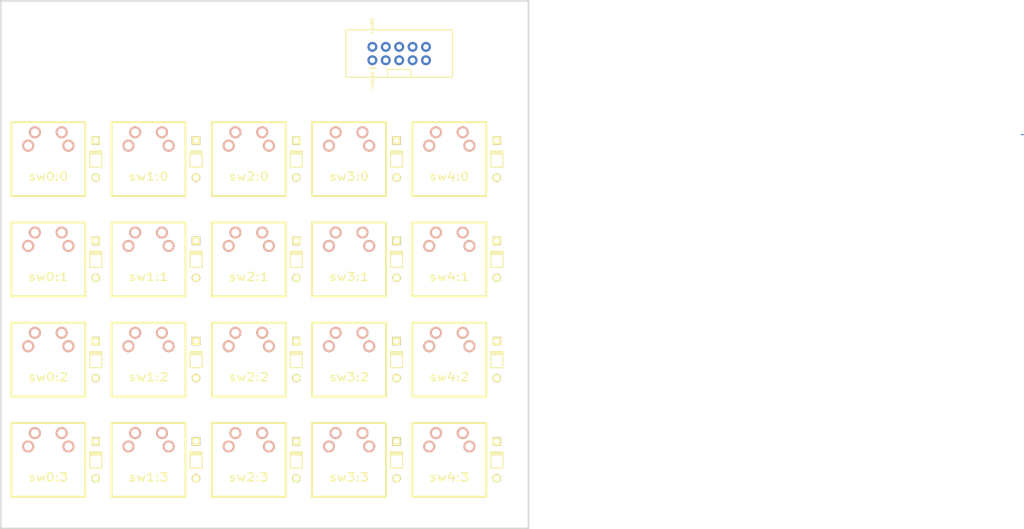
<source format=kicad_pcb>
(kicad_pcb (version 20171130) (host pcbnew "(5.1.2)-2")

  (general
    (thickness 1.6002)
    (drawings 19)
    (tracks 584)
    (zones 0)
    (modules 85)
    (nets 58)
  )

  (page A4)
  (title_block
    (date "14 oct 2019")
  )

  (layers
    (0 Front signal)
    (31 Back signal)
    (32 B.Adhes user)
    (33 F.Adhes user)
    (34 B.Paste user)
    (35 F.Paste user)
    (36 B.SilkS user)
    (37 F.SilkS user)
    (38 B.Mask user)
    (39 F.Mask user)
    (40 Dwgs.User user)
    (41 Cmts.User user)
    (42 Eco1.User user)
    (43 Eco2.User user)
    (44 Edge.Cuts user)
    (45 Margin user)
    (46 B.CrtYd user)
    (47 F.CrtYd user)
  )

  (setup
    (last_trace_width 0.254)
    (trace_clearance 0.254)
    (zone_clearance 0.508)
    (zone_45_only no)
    (trace_min 0.2032)
    (via_size 0.889)
    (via_drill 0.635)
    (via_min_size 0.889)
    (via_min_drill 0.508)
    (uvia_size 0.508)
    (uvia_drill 0.127)
    (uvias_allowed no)
    (uvia_min_size 0.508)
    (uvia_min_drill 0.127)
    (edge_width 0.381)
    (segment_width 0.381)
    (pcb_text_width 0.3048)
    (pcb_text_size 1.524 2.032)
    (mod_edge_width 0.381)
    (mod_text_size 1.524 1.524)
    (mod_text_width 0.3048)
    (pad_size 1.7526 1.7526)
    (pad_drill 1.0922)
    (pad_to_mask_clearance 0.254)
    (aux_axis_origin 0 0)
    (visible_elements 7FFFFFFF)
    (pcbplotparams
      (layerselection 0x0ffff_ffffffff)
      (usegerberextensions true)
      (usegerberattributes false)
      (usegerberadvancedattributes false)
      (creategerberjobfile false)
      (excludeedgelayer true)
      (linewidth 0.150000)
      (plotframeref false)
      (viasonmask false)
      (mode 1)
      (useauxorigin false)
      (hpglpennumber 1)
      (hpglpenspeed 20)
      (hpglpendiameter 15.000000)
      (psnegative false)
      (psa4output false)
      (plotreference true)
      (plotvalue true)
      (plotinvisibletext false)
      (padsonsilk false)
      (subtractmaskfromsilk false)
      (outputformat 1)
      (mirror false)
      (drillshape 0)
      (scaleselection 1)
      (outputdirectory "gigglegbr/"))
  )

(net 0 "")
(net 1 N-row-0)
(net 2 N-row-1)
(net 3 N-row-2)
(net 4 N-row-3)
(net 5 N-col-0)
(net 6 N-col-1)
(net 7 N-col-2)
(net 8 N-col-3)
(net 9 N-col-4)
(net 10 N-diode-0)
(net 11 N-diode-1)
(net 12 N-diode-2)
(net 13 N-diode-3)
(net 14 N-diode-4)
(net 15 N-diode-5)
(net 16 N-diode-6)
(net 17 N-diode-7)
(net 18 N-diode-8)
(net 19 N-diode-9)
(net 20 N-diode-10)
(net 21 N-diode-11)
(net 22 N-diode-12)
(net 23 N-diode-13)
(net 24 N-diode-14)
(net 25 N-diode-15)
(net 26 N-diode-16)
(net 27 N-diode-17)
(net 28 N-diode-18)
(net 29 N-diode-19)
(net_class
 Default
 "This is the default net class."
 (clearance 0.254)
 (trace_width 0.2032)
 (via_dia 0.889)
 (via_drill 0.635)
 (uvia_dia 0.508)
 (uvia_drill 0.127)
 (add_net "")
 (add_net N-row-0)
 (add_net N-row-1)
 (add_net N-row-2)
 (add_net N-row-3)
 (add_net N-col-0)
 (add_net N-col-1)
 (add_net N-col-2)
 (add_net N-col-3)
 (add_net N-col-4)
 (add_net N-diode-0)
 (add_net N-diode-1)
 (add_net N-diode-2)
 (add_net N-diode-3)
 (add_net N-diode-4)
 (add_net N-diode-5)
 (add_net N-diode-6)
 (add_net N-diode-7)
 (add_net N-diode-8)
 (add_net N-diode-9)
 (add_net N-diode-10)
 (add_net N-diode-11)
 (add_net N-diode-12)
 (add_net N-diode-13)
 (add_net N-diode-14)
 (add_net N-diode-15)
 (add_net N-diode-16)
 (add_net N-diode-17)
 (add_net N-diode-18)
 (add_net N-diode-19))
(module connector-shrouded (layer F.Cu)
  (tedit 200000)
  (at 85.5 20 90)
  (descr "PLATED THROUGH HOLE - 2X5 SHROUDED HEADER")
  (tags "PLATED THROUGH HOLE - 2X5 SHROUDED HEADER")
  (attr virtual)
  (fp_text
   reference
   >NAME
   (at 5.207 -5.08 90)
   (layer F.SilkS)
   (effects (font (size 0.6096 0.6096) (thickness 0.127))))
  (fp_text
   value
   >VALUE
   (at -5.08 -5.08 90)
   (layer F.SilkS)
   (effects (font (size 0.6096 0.6096) (thickness 0.127))))
  (fp_line
   (start -1.524 -4.826)
   (end -1.016 -4.826)
   (layer Dwgs.User)
   (width 0.06604))
  (fp_line
   (start -1.016 -4.826)
   (end -1.016 -5.334)
   (layer Dwgs.User)
   (width 0.06604))
  (fp_line
   (start -1.524 -5.334)
   (end -1.016 -5.334)
   (layer Dwgs.User)
   (width 0.06604))
  (fp_line
   (start -1.524 -4.826)
   (end -1.524 -5.334)
   (layer Dwgs.User)
   (width 0.06604))
  (fp_line
   (start 1.016 -4.826)
   (end 1.524 -4.826)
   (layer Dwgs.User)
   (width 0.06604))
  (fp_line
   (start 1.524 -4.826)
   (end 1.524 -5.334)
   (layer Dwgs.User)
   (width 0.06604))
  (fp_line
   (start 1.016 -5.334)
   (end 1.524 -5.334)
   (layer Dwgs.User)
   (width 0.06604))
  (fp_line
   (start 1.016 -4.826)
   (end 1.016 -5.334)
   (layer Dwgs.User)
   (width 0.06604))
  (fp_line
   (start 1.016 -2.286)
   (end 1.524 -2.286)
   (layer Dwgs.User)
   (width 0.06604))
  (fp_line
   (start 1.524 -2.286)
   (end 1.524 -2.794)
   (layer Dwgs.User)
   (width 0.06604))
  (fp_line
   (start 1.016 -2.794)
   (end 1.524 -2.794)
   (layer Dwgs.User)
   (width 0.06604))
  (fp_line
   (start 1.016 -2.286)
   (end 1.016 -2.794)
   (layer Dwgs.User)
   (width 0.06604))
  (fp_line
   (start -1.524 -2.286)
   (end -1.016 -2.286)
   (layer Dwgs.User)
   (width 0.06604))
  (fp_line
   (start -1.016 -2.286)
   (end -1.016 -2.794)
   (layer Dwgs.User)
   (width 0.06604))
  (fp_line
   (start -1.524 -2.794)
   (end -1.016 -2.794)
   (layer Dwgs.User)
   (width 0.06604))
  (fp_line
   (start -1.524 -2.286)
   (end -1.524 -2.794)
   (layer Dwgs.User)
   (width 0.06604))
  (fp_line
   (start 1.016 0.254)
   (end 1.524 0.254)
   (layer Dwgs.User)
   (width 0.06604))
  (fp_line
   (start 1.524 0.254)
   (end 1.524 -0.254)
   (layer Dwgs.User)
   (width 0.06604))
  (fp_line
   (start 1.016 -0.254)
   (end 1.524 -0.254)
   (layer Dwgs.User)
   (width 0.06604))
  (fp_line
   (start 1.016 0.254)
   (end 1.016 -0.254)
   (layer Dwgs.User)
   (width 0.06604))
  (fp_line
   (start -1.524 0.254)
   (end -1.016 0.254)
   (layer Dwgs.User)
   (width 0.06604))
  (fp_line
   (start -1.016 0.254)
   (end -1.016 -0.254)
   (layer Dwgs.User)
   (width 0.06604))
  (fp_line
   (start -1.524 -0.254)
   (end -1.016 -0.254)
   (layer Dwgs.User)
   (width 0.06604))
  (fp_line
   (start -1.524 0.254)
   (end -1.524 -0.254)
   (layer Dwgs.User)
   (width 0.06604))
  (fp_line
   (start 1.016 2.794)
   (end 1.524 2.794)
   (layer Dwgs.User)
   (width 0.06604))
  (fp_line
   (start 1.524 2.794)
   (end 1.524 2.286)
   (layer Dwgs.User)
   (width 0.06604))
  (fp_line
   (start 1.016 2.286)
   (end 1.524 2.286)
   (layer Dwgs.User)
   (width 0.06604))
  (fp_line
   (start 1.016 2.794)
   (end 1.016 2.286)
   (layer Dwgs.User)
   (width 0.06604))
  (fp_line
   (start -1.524 2.794)
   (end -1.016 2.794)
   (layer Dwgs.User)
   (width 0.06604))
  (fp_line
   (start -1.016 2.794)
   (end -1.016 2.286)
   (layer Dwgs.User)
   (width 0.06604))
  (fp_line
   (start -1.524 2.286)
   (end -1.016 2.286)
   (layer Dwgs.User)
   (width 0.06604))
  (fp_line
   (start -1.524 2.794)
   (end -1.524 2.286)
   (layer Dwgs.User)
   (width 0.06604))
  (fp_line
   (start 1.016 5.334)
   (end 1.524 5.334)
   (layer Dwgs.User)
   (width 0.06604))
  (fp_line
   (start 1.524 5.334)
   (end 1.524 4.826)
   (layer Dwgs.User)
   (width 0.06604))
  (fp_line
   (start 1.016 4.826)
   (end 1.524 4.826)
   (layer Dwgs.User)
   (width 0.06604))
  (fp_line
   (start 1.016 5.334)
   (end 1.016 4.826)
   (layer Dwgs.User)
   (width 0.06604))
  (fp_line
   (start -1.524 5.334)
   (end -1.016 5.334)
   (layer Dwgs.User)
   (width 0.06604))
  (fp_line
   (start -1.016 5.334)
   (end -1.016 4.826)
   (layer Dwgs.User)
   (width 0.06604))
  (fp_line
   (start -1.524 4.826)
   (end -1.016 4.826)
   (layer Dwgs.User)
   (width 0.06604))
  (fp_line
   (start -1.524 5.334)
   (end -1.524 4.826)
   (layer Dwgs.User)
   (width 0.06604))
  (fp_line
   (start -1.524 2.794)
   (end -1.016 2.794)
   (layer Dwgs.User)
   (width 0.06604))
  (fp_line
   (start -1.016 2.794)
   (end -1.016 2.286)
   (layer Dwgs.User)
   (width 0.06604))
  (fp_line
   (start -1.524 2.286)
   (end -1.016 2.286)
   (layer Dwgs.User)
   (width 0.06604))
  (fp_line
   (start -1.524 2.794)
   (end -1.524 2.286)
   (layer Dwgs.User)
   (width 0.06604))
  (fp_line
   (start 1.016 2.794)
   (end 1.524 2.794)
   (layer Dwgs.User)
   (width 0.06604))
  (fp_line
   (start 1.524 2.794)
   (end 1.524 2.286)
   (layer Dwgs.User)
   (width 0.06604))
  (fp_line
   (start 1.016 2.286)
   (end 1.524 2.286)
   (layer Dwgs.User)
   (width 0.06604))
  (fp_line
   (start 1.016 2.794)
   (end 1.016 2.286)
   (layer Dwgs.User)
   (width 0.06604))
  (fp_line
   (start -2.77368 -5.715)
   (end -2.77368 -4.445)
   (layer F.SilkS)
   (width 0.2032))
  (fp_line
   (start 4.49834 -10.09904)
   (end 4.49834 10.09904)
   (layer F.SilkS)
   (width 0.2032))
  (fp_line
   (start -4.49834 10.09904)
   (end -4.49834 2.19964)
   (layer F.SilkS)
   (width 0.2032))
  (fp_line
   (start -4.49834 2.19964)
   (end -4.49834 -2.19964)
   (layer F.SilkS)
   (width 0.2032))
  (fp_line
   (start -4.49834 -2.19964)
   (end -4.49834 -10.09904)
   (layer F.SilkS)
   (width 0.2032))
  (fp_line
   (start -4.49834 -10.09904)
   (end 4.39928 -10.09904)
   (layer F.SilkS)
   (width 0.2032))
  (fp_line
   (start 4.49834 10.09904)
   (end -4.49834 10.09904)
   (layer F.SilkS)
   (width 0.2032))
  (fp_line
   (start -3.39852 -8.99922)
   (end 3.39852 -8.99922)
   (layer Dwgs.User)
   (width 0.2032))
  (fp_line
   (start 3.39852 -8.99922)
   (end 3.39852 8.99922)
   (layer Dwgs.User)
   (width 0.2032))
  (fp_line
   (start -3.39852 8.99922)
   (end 3.39852 8.99922)
   (layer Dwgs.User)
   (width 0.2032))
  (fp_line
   (start -4.49834 -2.19964)
   (end -2.99974 -2.19964)
   (layer F.SilkS)
   (width 0.2032))
  (fp_line
   (start -2.99974 -2.19964)
   (end -2.99974 2.19964)
   (layer F.SilkS)
   (width 0.2032))
  (fp_line
   (start -2.99974 2.19964)
   (end -4.49834 2.19964)
   (layer F.SilkS)
   (width 0.2032))
  (fp_line
   (start -3.39852 -8.99922)
   (end -3.39852 -2.19964)
   (layer Dwgs.User)
   (width 0.2032))
  (fp_line
   (start -3.39852 8.99922)
   (end -3.39852 2.19964)
   (layer Dwgs.User)
   (width 0.2032))
  (fp_line
   (start -2.81178 -5.715)
   (end -2.81178 -4.445)
   (layer F.SilkS)
   (width 0.2032))
  (pad
   1
   thru_hole
   circle
   (at -1.27 -5.08)
   (size 1.8796 1.8796)
   (drill 1.016)
   (layers *.Cu *.Mask)
   (solder_mask_margin 0.1016))
  (pad
   2
   thru_hole
   circle
   (at 1.27 -5.08)
   (size 1.8796 1.8796)
   (drill 1.016)
   (layers *.Cu *.Mask)
   (solder_mask_margin 0.1016))
  (pad
   3
   thru_hole
   circle
   (at -1.27 -2.54)
   (size 1.8796 1.8796)
   (drill 1.016)
   (layers *.Cu *.Mask)
   (solder_mask_margin 0.1016))
  (pad
   4
   thru_hole
   circle
   (at 1.27 -2.54)
   (size 1.8796 1.8796)
   (drill 1.016)
   (layers *.Cu *.Mask)
   (solder_mask_margin 0.1016))
  (pad
   5
   thru_hole
   circle
   (at -1.27 0)
   (size 1.8796 1.8796)
   (drill 1.016)
   (layers *.Cu *.Mask)
   (solder_mask_margin 0.1016))
  (pad
   6
   thru_hole
   circle
   (at 1.27 0)
   (size 1.8796 1.8796)
   (drill 1.016)
   (layers *.Cu *.Mask)
   (solder_mask_margin 0.1016))
  (pad
   7
   thru_hole
   circle
   (at -1.27 2.54)
   (size 1.8796 1.8796)
   (drill 1.016)
   (layers *.Cu *.Mask)
   (solder_mask_margin 0.1016))
  (pad
   8
   thru_hole
   circle
   (at 1.27 2.54)
   (size 1.8796 1.8796)
   (drill 1.016)
   (layers *.Cu *.Mask)
   (solder_mask_margin 0.1016))
  (pad
   9
   thru_hole
   circle
   (at -1.27 5.08)
   (size 1.8796 1.8796)
   (drill 1.016)
   (layers *.Cu *.Mask)
   (solder_mask_margin 0.1016))
  (pad
   10
   thru_hole
   circle
   (at 1.27 5.08)
   (size 1.8796 1.8796)
   (drill 1.016)
   (layers *.Cu *.Mask)
   (solder_mask_margin 0.1016)))
(gr_line (start 10 10) (end 110 10) (angle 90) (layer Edge.Cuts) (width 0.3))
(gr_line (start 110 10) (end 110 110) (angle 90) (layer Edge.Cuts) (width 0.3))
(gr_line (start 110 110) (end 10 110) (angle 90) (layer Edge.Cuts) (width 0.3))
(gr_line (start 10 110) (end 10 10) (angle 90) (layer Edge.Cuts) (width 0.3))
(module MX_FLIP (layer Front)
  (tedit 4FD81CDD)
  (tstamp 543EF801)
  (at 19 40 0)
  (path /543DB910)
  (fp_text
   reference
   "sw0:0"
   (at 0 3.302 0)
   (layer F.SilkS)
   (effects (font (size 1.524 1.778) (thickness 0.254))))
  (fp_line (start -7 -7) (end 7 -7) (layer F.SilkS) (width 0.381))
  (fp_line (start 7 -7) (end 7 7) (layer F.SilkS) (width 0.381))
  (fp_line (start 7 7) (end -7 7) (layer F.SilkS) (width 0.381))
  (fp_line (start -7 7) (end -7 -7) (layer F.SilkS) (width 0.381))
  (pad 0 np_thru_hole circle (at 0 0) (size 3.9878 3.9878) (drill 3.9878))
  (pad 0 np_thru_hole circle (at -5.08 0) (size 1.7018 1.7018) (drill 1.7018))
  (pad 0 np_thru_hole circle (at 5.08 0) (size 1.7018 1.7018) (drill 1.7018))
  (pad
   1
   thru_hole
   circle
   (at 2.54 -5.08)
   (size 2.286 2.286)
   (drill 1.4986)
   (layers *.Cu *.SilkS *.Mask)
   (net 5 N-col-0))
  (pad
   1
   thru_hole
   circle
   (at 3.81 -2.54)
   (size 2.286 2.286)
   (drill 1.4986)
   (layers *.Cu *.SilkS *.Mask)
   (net 5 N-col-0))
  (pad
   2
   thru_hole
   circle
   (at -2.54 -5.08)
   (size 2.286 2.286)
   (drill 1.4986)
   (layers *.Cu *.SilkS *.Mask)
   (net 10 N-diode-0))
  (pad
   2
   thru_hole
   circle
   (at -3.81 -2.54)
   (size 2.286 2.286)
   (drill 1.4986)
   (layers *.Cu *.SilkS *.Mask)
   (net 10 N-diode-0)))
(module DIODE (layer Front)
  (tedit 4E0F7A99)
  (tstamp 543EF854)
  (at 28 40 90)
  (path /543DB90F)
  (fp_text
   reference
   "d0:0"
   (at 0 0 0)
   (layer F.SilkS)
   hide
   (effects (font (size 1.016 1.016) (thickness 0.2032))))
  (fp_line (start 0.9 1.1) (end 0.9 -1.1) (layer F.SilkS) (width 0.15))
  (fp_line (start 1.1 -1.1) (end 1.1 1.1) (layer F.SilkS) (width 0.15))
  (fp_line (start 1.3 -1) (end 1.3 -1.1) (layer F.SilkS) (width 0.15))
  (fp_line (start 1.3 -1.1) (end 1.3 -1) (layer F.SilkS) (width 0.15))
  (fp_line (start 1.3 1.1) (end 1.3 -1) (layer F.SilkS) (width 0.15))
  (fp_line
   (start -1.524 -1.143)
   (end 1.524 -1.143)
   (layer F.SilkS)
   (width 0.2032))
  (fp_line
   (start 1.524 -1.143)
   (end 1.524 1.143)
   (layer F.SilkS)
   (width 0.2032))
  (fp_line
   (start 1.524 1.143)
   (end -1.524 1.143)
   (layer F.SilkS)
   (width 0.2032))
  (fp_line
   (start -1.524 1.143)
   (end -1.524 -1.143)
   (layer F.SilkS)
   (width 0.2032))
  (pad
   1
   thru_hole
   rect
   (at 3.5 0 90)
   (size 1.6 1.6)
   (drill 1)
   (layers *.Cu *.Mask F.SilkS)
   (net 10 N-diode-0))
  (pad
   2
   thru_hole
   circle
   (at -3.5 0 90)
   (size 1.6 1.6)
   (drill 1)
   (layers *.Cu *.Mask F.SilkS)
   (net 1 N-row-0)))
(module MX_FLIP (layer Front)
  (tedit 4FD81CDD)
  (tstamp 543EF801)
  (at 19 59 0)
  (path /543DB910)
  (fp_text
   reference
   "sw0:1"
   (at 0 3.302 0)
   (layer F.SilkS)
   (effects (font (size 1.524 1.778) (thickness 0.254))))
  (fp_line (start -7 -7) (end 7 -7) (layer F.SilkS) (width 0.381))
  (fp_line (start 7 -7) (end 7 7) (layer F.SilkS) (width 0.381))
  (fp_line (start 7 7) (end -7 7) (layer F.SilkS) (width 0.381))
  (fp_line (start -7 7) (end -7 -7) (layer F.SilkS) (width 0.381))
  (pad 0 np_thru_hole circle (at 0 0) (size 3.9878 3.9878) (drill 3.9878))
  (pad 0 np_thru_hole circle (at -5.08 0) (size 1.7018 1.7018) (drill 1.7018))
  (pad 0 np_thru_hole circle (at 5.08 0) (size 1.7018 1.7018) (drill 1.7018))
  (pad
   1
   thru_hole
   circle
   (at 2.54 -5.08)
   (size 2.286 2.286)
   (drill 1.4986)
   (layers *.Cu *.SilkS *.Mask)
   (net 5 N-col-0))
  (pad
   1
   thru_hole
   circle
   (at 3.81 -2.54)
   (size 2.286 2.286)
   (drill 1.4986)
   (layers *.Cu *.SilkS *.Mask)
   (net 5 N-col-0))
  (pad
   2
   thru_hole
   circle
   (at -2.54 -5.08)
   (size 2.286 2.286)
   (drill 1.4986)
   (layers *.Cu *.SilkS *.Mask)
   (net 11 N-diode-1))
  (pad
   2
   thru_hole
   circle
   (at -3.81 -2.54)
   (size 2.286 2.286)
   (drill 1.4986)
   (layers *.Cu *.SilkS *.Mask)
   (net 11 N-diode-1)))
(module DIODE (layer Front)
  (tedit 4E0F7A99)
  (tstamp 543EF854)
  (at 28 59 90)
  (path /543DB90F)
  (fp_text
   reference
   "d0:1"
   (at 0 0 0)
   (layer F.SilkS)
   hide
   (effects (font (size 1.016 1.016) (thickness 0.2032))))
  (fp_line (start 0.9 1.1) (end 0.9 -1.1) (layer F.SilkS) (width 0.15))
  (fp_line (start 1.1 -1.1) (end 1.1 1.1) (layer F.SilkS) (width 0.15))
  (fp_line (start 1.3 -1) (end 1.3 -1.1) (layer F.SilkS) (width 0.15))
  (fp_line (start 1.3 -1.1) (end 1.3 -1) (layer F.SilkS) (width 0.15))
  (fp_line (start 1.3 1.1) (end 1.3 -1) (layer F.SilkS) (width 0.15))
  (fp_line
   (start -1.524 -1.143)
   (end 1.524 -1.143)
   (layer F.SilkS)
   (width 0.2032))
  (fp_line
   (start 1.524 -1.143)
   (end 1.524 1.143)
   (layer F.SilkS)
   (width 0.2032))
  (fp_line
   (start 1.524 1.143)
   (end -1.524 1.143)
   (layer F.SilkS)
   (width 0.2032))
  (fp_line
   (start -1.524 1.143)
   (end -1.524 -1.143)
   (layer F.SilkS)
   (width 0.2032))
  (pad
   1
   thru_hole
   rect
   (at 3.5 0 90)
   (size 1.6 1.6)
   (drill 1)
   (layers *.Cu *.Mask F.SilkS)
   (net 11 N-diode-1))
  (pad
   2
   thru_hole
   circle
   (at -3.5 0 90)
   (size 1.6 1.6)
   (drill 1)
   (layers *.Cu *.Mask F.SilkS)
   (net 2 N-row-1)))
(module MX_FLIP (layer Front)
  (tedit 4FD81CDD)
  (tstamp 543EF801)
  (at 19 78 0)
  (path /543DB910)
  (fp_text
   reference
   "sw0:2"
   (at 0 3.302 0)
   (layer F.SilkS)
   (effects (font (size 1.524 1.778) (thickness 0.254))))
  (fp_line (start -7 -7) (end 7 -7) (layer F.SilkS) (width 0.381))
  (fp_line (start 7 -7) (end 7 7) (layer F.SilkS) (width 0.381))
  (fp_line (start 7 7) (end -7 7) (layer F.SilkS) (width 0.381))
  (fp_line (start -7 7) (end -7 -7) (layer F.SilkS) (width 0.381))
  (pad 0 np_thru_hole circle (at 0 0) (size 3.9878 3.9878) (drill 3.9878))
  (pad 0 np_thru_hole circle (at -5.08 0) (size 1.7018 1.7018) (drill 1.7018))
  (pad 0 np_thru_hole circle (at 5.08 0) (size 1.7018 1.7018) (drill 1.7018))
  (pad
   1
   thru_hole
   circle
   (at 2.54 -5.08)
   (size 2.286 2.286)
   (drill 1.4986)
   (layers *.Cu *.SilkS *.Mask)
   (net 5 N-col-0))
  (pad
   1
   thru_hole
   circle
   (at 3.81 -2.54)
   (size 2.286 2.286)
   (drill 1.4986)
   (layers *.Cu *.SilkS *.Mask)
   (net 5 N-col-0))
  (pad
   2
   thru_hole
   circle
   (at -2.54 -5.08)
   (size 2.286 2.286)
   (drill 1.4986)
   (layers *.Cu *.SilkS *.Mask)
   (net 12 N-diode-2))
  (pad
   2
   thru_hole
   circle
   (at -3.81 -2.54)
   (size 2.286 2.286)
   (drill 1.4986)
   (layers *.Cu *.SilkS *.Mask)
   (net 12 N-diode-2)))
(module DIODE (layer Front)
  (tedit 4E0F7A99)
  (tstamp 543EF854)
  (at 28 78 90)
  (path /543DB90F)
  (fp_text
   reference
   "d0:2"
   (at 0 0 0)
   (layer F.SilkS)
   hide
   (effects (font (size 1.016 1.016) (thickness 0.2032))))
  (fp_line (start 0.9 1.1) (end 0.9 -1.1) (layer F.SilkS) (width 0.15))
  (fp_line (start 1.1 -1.1) (end 1.1 1.1) (layer F.SilkS) (width 0.15))
  (fp_line (start 1.3 -1) (end 1.3 -1.1) (layer F.SilkS) (width 0.15))
  (fp_line (start 1.3 -1.1) (end 1.3 -1) (layer F.SilkS) (width 0.15))
  (fp_line (start 1.3 1.1) (end 1.3 -1) (layer F.SilkS) (width 0.15))
  (fp_line
   (start -1.524 -1.143)
   (end 1.524 -1.143)
   (layer F.SilkS)
   (width 0.2032))
  (fp_line
   (start 1.524 -1.143)
   (end 1.524 1.143)
   (layer F.SilkS)
   (width 0.2032))
  (fp_line
   (start 1.524 1.143)
   (end -1.524 1.143)
   (layer F.SilkS)
   (width 0.2032))
  (fp_line
   (start -1.524 1.143)
   (end -1.524 -1.143)
   (layer F.SilkS)
   (width 0.2032))
  (pad
   1
   thru_hole
   rect
   (at 3.5 0 90)
   (size 1.6 1.6)
   (drill 1)
   (layers *.Cu *.Mask F.SilkS)
   (net 12 N-diode-2))
  (pad
   2
   thru_hole
   circle
   (at -3.5 0 90)
   (size 1.6 1.6)
   (drill 1)
   (layers *.Cu *.Mask F.SilkS)
   (net 3 N-row-2)))
(module MX_FLIP (layer Front)
  (tedit 4FD81CDD)
  (tstamp 543EF801)
  (at 19 97 0)
  (path /543DB910)
  (fp_text
   reference
   "sw0:3"
   (at 0 3.302 0)
   (layer F.SilkS)
   (effects (font (size 1.524 1.778) (thickness 0.254))))
  (fp_line (start -7 -7) (end 7 -7) (layer F.SilkS) (width 0.381))
  (fp_line (start 7 -7) (end 7 7) (layer F.SilkS) (width 0.381))
  (fp_line (start 7 7) (end -7 7) (layer F.SilkS) (width 0.381))
  (fp_line (start -7 7) (end -7 -7) (layer F.SilkS) (width 0.381))
  (pad 0 np_thru_hole circle (at 0 0) (size 3.9878 3.9878) (drill 3.9878))
  (pad 0 np_thru_hole circle (at -5.08 0) (size 1.7018 1.7018) (drill 1.7018))
  (pad 0 np_thru_hole circle (at 5.08 0) (size 1.7018 1.7018) (drill 1.7018))
  (pad
   1
   thru_hole
   circle
   (at 2.54 -5.08)
   (size 2.286 2.286)
   (drill 1.4986)
   (layers *.Cu *.SilkS *.Mask)
   (net 5 N-col-0))
  (pad
   1
   thru_hole
   circle
   (at 3.81 -2.54)
   (size 2.286 2.286)
   (drill 1.4986)
   (layers *.Cu *.SilkS *.Mask)
   (net 5 N-col-0))
  (pad
   2
   thru_hole
   circle
   (at -2.54 -5.08)
   (size 2.286 2.286)
   (drill 1.4986)
   (layers *.Cu *.SilkS *.Mask)
   (net 13 N-diode-3))
  (pad
   2
   thru_hole
   circle
   (at -3.81 -2.54)
   (size 2.286 2.286)
   (drill 1.4986)
   (layers *.Cu *.SilkS *.Mask)
   (net 13 N-diode-3)))
(module DIODE (layer Front)
  (tedit 4E0F7A99)
  (tstamp 543EF854)
  (at 28 97 90)
  (path /543DB90F)
  (fp_text
   reference
   "d0:3"
   (at 0 0 0)
   (layer F.SilkS)
   hide
   (effects (font (size 1.016 1.016) (thickness 0.2032))))
  (fp_line (start 0.9 1.1) (end 0.9 -1.1) (layer F.SilkS) (width 0.15))
  (fp_line (start 1.1 -1.1) (end 1.1 1.1) (layer F.SilkS) (width 0.15))
  (fp_line (start 1.3 -1) (end 1.3 -1.1) (layer F.SilkS) (width 0.15))
  (fp_line (start 1.3 -1.1) (end 1.3 -1) (layer F.SilkS) (width 0.15))
  (fp_line (start 1.3 1.1) (end 1.3 -1) (layer F.SilkS) (width 0.15))
  (fp_line
   (start -1.524 -1.143)
   (end 1.524 -1.143)
   (layer F.SilkS)
   (width 0.2032))
  (fp_line
   (start 1.524 -1.143)
   (end 1.524 1.143)
   (layer F.SilkS)
   (width 0.2032))
  (fp_line
   (start 1.524 1.143)
   (end -1.524 1.143)
   (layer F.SilkS)
   (width 0.2032))
  (fp_line
   (start -1.524 1.143)
   (end -1.524 -1.143)
   (layer F.SilkS)
   (width 0.2032))
  (pad
   1
   thru_hole
   rect
   (at 3.5 0 90)
   (size 1.6 1.6)
   (drill 1)
   (layers *.Cu *.Mask F.SilkS)
   (net 13 N-diode-3))
  (pad
   2
   thru_hole
   circle
   (at -3.5 0 90)
   (size 1.6 1.6)
   (drill 1)
   (layers *.Cu *.Mask F.SilkS)
   (net 4 N-row-3)))
(module MX_FLIP (layer Front)
  (tedit 4FD81CDD)
  (tstamp 543EF801)
  (at 38 40 0)
  (path /543DB910)
  (fp_text
   reference
   "sw1:0"
   (at 0 3.302 0)
   (layer F.SilkS)
   (effects (font (size 1.524 1.778) (thickness 0.254))))
  (fp_line (start -7 -7) (end 7 -7) (layer F.SilkS) (width 0.381))
  (fp_line (start 7 -7) (end 7 7) (layer F.SilkS) (width 0.381))
  (fp_line (start 7 7) (end -7 7) (layer F.SilkS) (width 0.381))
  (fp_line (start -7 7) (end -7 -7) (layer F.SilkS) (width 0.381))
  (pad 0 np_thru_hole circle (at 0 0) (size 3.9878 3.9878) (drill 3.9878))
  (pad 0 np_thru_hole circle (at -5.08 0) (size 1.7018 1.7018) (drill 1.7018))
  (pad 0 np_thru_hole circle (at 5.08 0) (size 1.7018 1.7018) (drill 1.7018))
  (pad
   1
   thru_hole
   circle
   (at 2.54 -5.08)
   (size 2.286 2.286)
   (drill 1.4986)
   (layers *.Cu *.SilkS *.Mask)
   (net 6 N-col-1))
  (pad
   1
   thru_hole
   circle
   (at 3.81 -2.54)
   (size 2.286 2.286)
   (drill 1.4986)
   (layers *.Cu *.SilkS *.Mask)
   (net 6 N-col-1))
  (pad
   2
   thru_hole
   circle
   (at -2.54 -5.08)
   (size 2.286 2.286)
   (drill 1.4986)
   (layers *.Cu *.SilkS *.Mask)
   (net 14 N-diode-4))
  (pad
   2
   thru_hole
   circle
   (at -3.81 -2.54)
   (size 2.286 2.286)
   (drill 1.4986)
   (layers *.Cu *.SilkS *.Mask)
   (net 14 N-diode-4)))
(module DIODE (layer Front)
  (tedit 4E0F7A99)
  (tstamp 543EF854)
  (at 47 40 90)
  (path /543DB90F)
  (fp_text
   reference
   "d1:0"
   (at 0 0 0)
   (layer F.SilkS)
   hide
   (effects (font (size 1.016 1.016) (thickness 0.2032))))
  (fp_line (start 0.9 1.1) (end 0.9 -1.1) (layer F.SilkS) (width 0.15))
  (fp_line (start 1.1 -1.1) (end 1.1 1.1) (layer F.SilkS) (width 0.15))
  (fp_line (start 1.3 -1) (end 1.3 -1.1) (layer F.SilkS) (width 0.15))
  (fp_line (start 1.3 -1.1) (end 1.3 -1) (layer F.SilkS) (width 0.15))
  (fp_line (start 1.3 1.1) (end 1.3 -1) (layer F.SilkS) (width 0.15))
  (fp_line
   (start -1.524 -1.143)
   (end 1.524 -1.143)
   (layer F.SilkS)
   (width 0.2032))
  (fp_line
   (start 1.524 -1.143)
   (end 1.524 1.143)
   (layer F.SilkS)
   (width 0.2032))
  (fp_line
   (start 1.524 1.143)
   (end -1.524 1.143)
   (layer F.SilkS)
   (width 0.2032))
  (fp_line
   (start -1.524 1.143)
   (end -1.524 -1.143)
   (layer F.SilkS)
   (width 0.2032))
  (pad
   1
   thru_hole
   rect
   (at 3.5 0 90)
   (size 1.6 1.6)
   (drill 1)
   (layers *.Cu *.Mask F.SilkS)
   (net 14 N-diode-4))
  (pad
   2
   thru_hole
   circle
   (at -3.5 0 90)
   (size 1.6 1.6)
   (drill 1)
   (layers *.Cu *.Mask F.SilkS)
   (net 1 N-row-0)))
(module MX_FLIP (layer Front)
  (tedit 4FD81CDD)
  (tstamp 543EF801)
  (at 38 59 0)
  (path /543DB910)
  (fp_text
   reference
   "sw1:1"
   (at 0 3.302 0)
   (layer F.SilkS)
   (effects (font (size 1.524 1.778) (thickness 0.254))))
  (fp_line (start -7 -7) (end 7 -7) (layer F.SilkS) (width 0.381))
  (fp_line (start 7 -7) (end 7 7) (layer F.SilkS) (width 0.381))
  (fp_line (start 7 7) (end -7 7) (layer F.SilkS) (width 0.381))
  (fp_line (start -7 7) (end -7 -7) (layer F.SilkS) (width 0.381))
  (pad 0 np_thru_hole circle (at 0 0) (size 3.9878 3.9878) (drill 3.9878))
  (pad 0 np_thru_hole circle (at -5.08 0) (size 1.7018 1.7018) (drill 1.7018))
  (pad 0 np_thru_hole circle (at 5.08 0) (size 1.7018 1.7018) (drill 1.7018))
  (pad
   1
   thru_hole
   circle
   (at 2.54 -5.08)
   (size 2.286 2.286)
   (drill 1.4986)
   (layers *.Cu *.SilkS *.Mask)
   (net 6 N-col-1))
  (pad
   1
   thru_hole
   circle
   (at 3.81 -2.54)
   (size 2.286 2.286)
   (drill 1.4986)
   (layers *.Cu *.SilkS *.Mask)
   (net 6 N-col-1))
  (pad
   2
   thru_hole
   circle
   (at -2.54 -5.08)
   (size 2.286 2.286)
   (drill 1.4986)
   (layers *.Cu *.SilkS *.Mask)
   (net 15 N-diode-5))
  (pad
   2
   thru_hole
   circle
   (at -3.81 -2.54)
   (size 2.286 2.286)
   (drill 1.4986)
   (layers *.Cu *.SilkS *.Mask)
   (net 15 N-diode-5)))
(module DIODE (layer Front)
  (tedit 4E0F7A99)
  (tstamp 543EF854)
  (at 47 59 90)
  (path /543DB90F)
  (fp_text
   reference
   "d1:1"
   (at 0 0 0)
   (layer F.SilkS)
   hide
   (effects (font (size 1.016 1.016) (thickness 0.2032))))
  (fp_line (start 0.9 1.1) (end 0.9 -1.1) (layer F.SilkS) (width 0.15))
  (fp_line (start 1.1 -1.1) (end 1.1 1.1) (layer F.SilkS) (width 0.15))
  (fp_line (start 1.3 -1) (end 1.3 -1.1) (layer F.SilkS) (width 0.15))
  (fp_line (start 1.3 -1.1) (end 1.3 -1) (layer F.SilkS) (width 0.15))
  (fp_line (start 1.3 1.1) (end 1.3 -1) (layer F.SilkS) (width 0.15))
  (fp_line
   (start -1.524 -1.143)
   (end 1.524 -1.143)
   (layer F.SilkS)
   (width 0.2032))
  (fp_line
   (start 1.524 -1.143)
   (end 1.524 1.143)
   (layer F.SilkS)
   (width 0.2032))
  (fp_line
   (start 1.524 1.143)
   (end -1.524 1.143)
   (layer F.SilkS)
   (width 0.2032))
  (fp_line
   (start -1.524 1.143)
   (end -1.524 -1.143)
   (layer F.SilkS)
   (width 0.2032))
  (pad
   1
   thru_hole
   rect
   (at 3.5 0 90)
   (size 1.6 1.6)
   (drill 1)
   (layers *.Cu *.Mask F.SilkS)
   (net 15 N-diode-5))
  (pad
   2
   thru_hole
   circle
   (at -3.5 0 90)
   (size 1.6 1.6)
   (drill 1)
   (layers *.Cu *.Mask F.SilkS)
   (net 2 N-row-1)))
(module MX_FLIP (layer Front)
  (tedit 4FD81CDD)
  (tstamp 543EF801)
  (at 38 78 0)
  (path /543DB910)
  (fp_text
   reference
   "sw1:2"
   (at 0 3.302 0)
   (layer F.SilkS)
   (effects (font (size 1.524 1.778) (thickness 0.254))))
  (fp_line (start -7 -7) (end 7 -7) (layer F.SilkS) (width 0.381))
  (fp_line (start 7 -7) (end 7 7) (layer F.SilkS) (width 0.381))
  (fp_line (start 7 7) (end -7 7) (layer F.SilkS) (width 0.381))
  (fp_line (start -7 7) (end -7 -7) (layer F.SilkS) (width 0.381))
  (pad 0 np_thru_hole circle (at 0 0) (size 3.9878 3.9878) (drill 3.9878))
  (pad 0 np_thru_hole circle (at -5.08 0) (size 1.7018 1.7018) (drill 1.7018))
  (pad 0 np_thru_hole circle (at 5.08 0) (size 1.7018 1.7018) (drill 1.7018))
  (pad
   1
   thru_hole
   circle
   (at 2.54 -5.08)
   (size 2.286 2.286)
   (drill 1.4986)
   (layers *.Cu *.SilkS *.Mask)
   (net 6 N-col-1))
  (pad
   1
   thru_hole
   circle
   (at 3.81 -2.54)
   (size 2.286 2.286)
   (drill 1.4986)
   (layers *.Cu *.SilkS *.Mask)
   (net 6 N-col-1))
  (pad
   2
   thru_hole
   circle
   (at -2.54 -5.08)
   (size 2.286 2.286)
   (drill 1.4986)
   (layers *.Cu *.SilkS *.Mask)
   (net 16 N-diode-6))
  (pad
   2
   thru_hole
   circle
   (at -3.81 -2.54)
   (size 2.286 2.286)
   (drill 1.4986)
   (layers *.Cu *.SilkS *.Mask)
   (net 16 N-diode-6)))
(module DIODE (layer Front)
  (tedit 4E0F7A99)
  (tstamp 543EF854)
  (at 47 78 90)
  (path /543DB90F)
  (fp_text
   reference
   "d1:2"
   (at 0 0 0)
   (layer F.SilkS)
   hide
   (effects (font (size 1.016 1.016) (thickness 0.2032))))
  (fp_line (start 0.9 1.1) (end 0.9 -1.1) (layer F.SilkS) (width 0.15))
  (fp_line (start 1.1 -1.1) (end 1.1 1.1) (layer F.SilkS) (width 0.15))
  (fp_line (start 1.3 -1) (end 1.3 -1.1) (layer F.SilkS) (width 0.15))
  (fp_line (start 1.3 -1.1) (end 1.3 -1) (layer F.SilkS) (width 0.15))
  (fp_line (start 1.3 1.1) (end 1.3 -1) (layer F.SilkS) (width 0.15))
  (fp_line
   (start -1.524 -1.143)
   (end 1.524 -1.143)
   (layer F.SilkS)
   (width 0.2032))
  (fp_line
   (start 1.524 -1.143)
   (end 1.524 1.143)
   (layer F.SilkS)
   (width 0.2032))
  (fp_line
   (start 1.524 1.143)
   (end -1.524 1.143)
   (layer F.SilkS)
   (width 0.2032))
  (fp_line
   (start -1.524 1.143)
   (end -1.524 -1.143)
   (layer F.SilkS)
   (width 0.2032))
  (pad
   1
   thru_hole
   rect
   (at 3.5 0 90)
   (size 1.6 1.6)
   (drill 1)
   (layers *.Cu *.Mask F.SilkS)
   (net 16 N-diode-6))
  (pad
   2
   thru_hole
   circle
   (at -3.5 0 90)
   (size 1.6 1.6)
   (drill 1)
   (layers *.Cu *.Mask F.SilkS)
   (net 3 N-row-2)))
(module MX_FLIP (layer Front)
  (tedit 4FD81CDD)
  (tstamp 543EF801)
  (at 38 97 0)
  (path /543DB910)
  (fp_text
   reference
   "sw1:3"
   (at 0 3.302 0)
   (layer F.SilkS)
   (effects (font (size 1.524 1.778) (thickness 0.254))))
  (fp_line (start -7 -7) (end 7 -7) (layer F.SilkS) (width 0.381))
  (fp_line (start 7 -7) (end 7 7) (layer F.SilkS) (width 0.381))
  (fp_line (start 7 7) (end -7 7) (layer F.SilkS) (width 0.381))
  (fp_line (start -7 7) (end -7 -7) (layer F.SilkS) (width 0.381))
  (pad 0 np_thru_hole circle (at 0 0) (size 3.9878 3.9878) (drill 3.9878))
  (pad 0 np_thru_hole circle (at -5.08 0) (size 1.7018 1.7018) (drill 1.7018))
  (pad 0 np_thru_hole circle (at 5.08 0) (size 1.7018 1.7018) (drill 1.7018))
  (pad
   1
   thru_hole
   circle
   (at 2.54 -5.08)
   (size 2.286 2.286)
   (drill 1.4986)
   (layers *.Cu *.SilkS *.Mask)
   (net 6 N-col-1))
  (pad
   1
   thru_hole
   circle
   (at 3.81 -2.54)
   (size 2.286 2.286)
   (drill 1.4986)
   (layers *.Cu *.SilkS *.Mask)
   (net 6 N-col-1))
  (pad
   2
   thru_hole
   circle
   (at -2.54 -5.08)
   (size 2.286 2.286)
   (drill 1.4986)
   (layers *.Cu *.SilkS *.Mask)
   (net 17 N-diode-7))
  (pad
   2
   thru_hole
   circle
   (at -3.81 -2.54)
   (size 2.286 2.286)
   (drill 1.4986)
   (layers *.Cu *.SilkS *.Mask)
   (net 17 N-diode-7)))
(module DIODE (layer Front)
  (tedit 4E0F7A99)
  (tstamp 543EF854)
  (at 47 97 90)
  (path /543DB90F)
  (fp_text
   reference
   "d1:3"
   (at 0 0 0)
   (layer F.SilkS)
   hide
   (effects (font (size 1.016 1.016) (thickness 0.2032))))
  (fp_line (start 0.9 1.1) (end 0.9 -1.1) (layer F.SilkS) (width 0.15))
  (fp_line (start 1.1 -1.1) (end 1.1 1.1) (layer F.SilkS) (width 0.15))
  (fp_line (start 1.3 -1) (end 1.3 -1.1) (layer F.SilkS) (width 0.15))
  (fp_line (start 1.3 -1.1) (end 1.3 -1) (layer F.SilkS) (width 0.15))
  (fp_line (start 1.3 1.1) (end 1.3 -1) (layer F.SilkS) (width 0.15))
  (fp_line
   (start -1.524 -1.143)
   (end 1.524 -1.143)
   (layer F.SilkS)
   (width 0.2032))
  (fp_line
   (start 1.524 -1.143)
   (end 1.524 1.143)
   (layer F.SilkS)
   (width 0.2032))
  (fp_line
   (start 1.524 1.143)
   (end -1.524 1.143)
   (layer F.SilkS)
   (width 0.2032))
  (fp_line
   (start -1.524 1.143)
   (end -1.524 -1.143)
   (layer F.SilkS)
   (width 0.2032))
  (pad
   1
   thru_hole
   rect
   (at 3.5 0 90)
   (size 1.6 1.6)
   (drill 1)
   (layers *.Cu *.Mask F.SilkS)
   (net 17 N-diode-7))
  (pad
   2
   thru_hole
   circle
   (at -3.5 0 90)
   (size 1.6 1.6)
   (drill 1)
   (layers *.Cu *.Mask F.SilkS)
   (net 4 N-row-3)))
(module MX_FLIP (layer Front)
  (tedit 4FD81CDD)
  (tstamp 543EF801)
  (at 57 40 0)
  (path /543DB910)
  (fp_text
   reference
   "sw2:0"
   (at 0 3.302 0)
   (layer F.SilkS)
   (effects (font (size 1.524 1.778) (thickness 0.254))))
  (fp_line (start -7 -7) (end 7 -7) (layer F.SilkS) (width 0.381))
  (fp_line (start 7 -7) (end 7 7) (layer F.SilkS) (width 0.381))
  (fp_line (start 7 7) (end -7 7) (layer F.SilkS) (width 0.381))
  (fp_line (start -7 7) (end -7 -7) (layer F.SilkS) (width 0.381))
  (pad 0 np_thru_hole circle (at 0 0) (size 3.9878 3.9878) (drill 3.9878))
  (pad 0 np_thru_hole circle (at -5.08 0) (size 1.7018 1.7018) (drill 1.7018))
  (pad 0 np_thru_hole circle (at 5.08 0) (size 1.7018 1.7018) (drill 1.7018))
  (pad
   1
   thru_hole
   circle
   (at 2.54 -5.08)
   (size 2.286 2.286)
   (drill 1.4986)
   (layers *.Cu *.SilkS *.Mask)
   (net 7 N-col-2))
  (pad
   1
   thru_hole
   circle
   (at 3.81 -2.54)
   (size 2.286 2.286)
   (drill 1.4986)
   (layers *.Cu *.SilkS *.Mask)
   (net 7 N-col-2))
  (pad
   2
   thru_hole
   circle
   (at -2.54 -5.08)
   (size 2.286 2.286)
   (drill 1.4986)
   (layers *.Cu *.SilkS *.Mask)
   (net 18 N-diode-8))
  (pad
   2
   thru_hole
   circle
   (at -3.81 -2.54)
   (size 2.286 2.286)
   (drill 1.4986)
   (layers *.Cu *.SilkS *.Mask)
   (net 18 N-diode-8)))
(module DIODE (layer Front)
  (tedit 4E0F7A99)
  (tstamp 543EF854)
  (at 66 40 90)
  (path /543DB90F)
  (fp_text
   reference
   "d2:0"
   (at 0 0 0)
   (layer F.SilkS)
   hide
   (effects (font (size 1.016 1.016) (thickness 0.2032))))
  (fp_line (start 0.9 1.1) (end 0.9 -1.1) (layer F.SilkS) (width 0.15))
  (fp_line (start 1.1 -1.1) (end 1.1 1.1) (layer F.SilkS) (width 0.15))
  (fp_line (start 1.3 -1) (end 1.3 -1.1) (layer F.SilkS) (width 0.15))
  (fp_line (start 1.3 -1.1) (end 1.3 -1) (layer F.SilkS) (width 0.15))
  (fp_line (start 1.3 1.1) (end 1.3 -1) (layer F.SilkS) (width 0.15))
  (fp_line
   (start -1.524 -1.143)
   (end 1.524 -1.143)
   (layer F.SilkS)
   (width 0.2032))
  (fp_line
   (start 1.524 -1.143)
   (end 1.524 1.143)
   (layer F.SilkS)
   (width 0.2032))
  (fp_line
   (start 1.524 1.143)
   (end -1.524 1.143)
   (layer F.SilkS)
   (width 0.2032))
  (fp_line
   (start -1.524 1.143)
   (end -1.524 -1.143)
   (layer F.SilkS)
   (width 0.2032))
  (pad
   1
   thru_hole
   rect
   (at 3.5 0 90)
   (size 1.6 1.6)
   (drill 1)
   (layers *.Cu *.Mask F.SilkS)
   (net 18 N-diode-8))
  (pad
   2
   thru_hole
   circle
   (at -3.5 0 90)
   (size 1.6 1.6)
   (drill 1)
   (layers *.Cu *.Mask F.SilkS)
   (net 1 N-row-0)))
(module MX_FLIP (layer Front)
  (tedit 4FD81CDD)
  (tstamp 543EF801)
  (at 57 59 0)
  (path /543DB910)
  (fp_text
   reference
   "sw2:1"
   (at 0 3.302 0)
   (layer F.SilkS)
   (effects (font (size 1.524 1.778) (thickness 0.254))))
  (fp_line (start -7 -7) (end 7 -7) (layer F.SilkS) (width 0.381))
  (fp_line (start 7 -7) (end 7 7) (layer F.SilkS) (width 0.381))
  (fp_line (start 7 7) (end -7 7) (layer F.SilkS) (width 0.381))
  (fp_line (start -7 7) (end -7 -7) (layer F.SilkS) (width 0.381))
  (pad 0 np_thru_hole circle (at 0 0) (size 3.9878 3.9878) (drill 3.9878))
  (pad 0 np_thru_hole circle (at -5.08 0) (size 1.7018 1.7018) (drill 1.7018))
  (pad 0 np_thru_hole circle (at 5.08 0) (size 1.7018 1.7018) (drill 1.7018))
  (pad
   1
   thru_hole
   circle
   (at 2.54 -5.08)
   (size 2.286 2.286)
   (drill 1.4986)
   (layers *.Cu *.SilkS *.Mask)
   (net 7 N-col-2))
  (pad
   1
   thru_hole
   circle
   (at 3.81 -2.54)
   (size 2.286 2.286)
   (drill 1.4986)
   (layers *.Cu *.SilkS *.Mask)
   (net 7 N-col-2))
  (pad
   2
   thru_hole
   circle
   (at -2.54 -5.08)
   (size 2.286 2.286)
   (drill 1.4986)
   (layers *.Cu *.SilkS *.Mask)
   (net 19 N-diode-9))
  (pad
   2
   thru_hole
   circle
   (at -3.81 -2.54)
   (size 2.286 2.286)
   (drill 1.4986)
   (layers *.Cu *.SilkS *.Mask)
   (net 19 N-diode-9)))
(module DIODE (layer Front)
  (tedit 4E0F7A99)
  (tstamp 543EF854)
  (at 66 59 90)
  (path /543DB90F)
  (fp_text
   reference
   "d2:1"
   (at 0 0 0)
   (layer F.SilkS)
   hide
   (effects (font (size 1.016 1.016) (thickness 0.2032))))
  (fp_line (start 0.9 1.1) (end 0.9 -1.1) (layer F.SilkS) (width 0.15))
  (fp_line (start 1.1 -1.1) (end 1.1 1.1) (layer F.SilkS) (width 0.15))
  (fp_line (start 1.3 -1) (end 1.3 -1.1) (layer F.SilkS) (width 0.15))
  (fp_line (start 1.3 -1.1) (end 1.3 -1) (layer F.SilkS) (width 0.15))
  (fp_line (start 1.3 1.1) (end 1.3 -1) (layer F.SilkS) (width 0.15))
  (fp_line
   (start -1.524 -1.143)
   (end 1.524 -1.143)
   (layer F.SilkS)
   (width 0.2032))
  (fp_line
   (start 1.524 -1.143)
   (end 1.524 1.143)
   (layer F.SilkS)
   (width 0.2032))
  (fp_line
   (start 1.524 1.143)
   (end -1.524 1.143)
   (layer F.SilkS)
   (width 0.2032))
  (fp_line
   (start -1.524 1.143)
   (end -1.524 -1.143)
   (layer F.SilkS)
   (width 0.2032))
  (pad
   1
   thru_hole
   rect
   (at 3.5 0 90)
   (size 1.6 1.6)
   (drill 1)
   (layers *.Cu *.Mask F.SilkS)
   (net 19 N-diode-9))
  (pad
   2
   thru_hole
   circle
   (at -3.5 0 90)
   (size 1.6 1.6)
   (drill 1)
   (layers *.Cu *.Mask F.SilkS)
   (net 2 N-row-1)))
(module MX_FLIP (layer Front)
  (tedit 4FD81CDD)
  (tstamp 543EF801)
  (at 57 78 0)
  (path /543DB910)
  (fp_text
   reference
   "sw2:2"
   (at 0 3.302 0)
   (layer F.SilkS)
   (effects (font (size 1.524 1.778) (thickness 0.254))))
  (fp_line (start -7 -7) (end 7 -7) (layer F.SilkS) (width 0.381))
  (fp_line (start 7 -7) (end 7 7) (layer F.SilkS) (width 0.381))
  (fp_line (start 7 7) (end -7 7) (layer F.SilkS) (width 0.381))
  (fp_line (start -7 7) (end -7 -7) (layer F.SilkS) (width 0.381))
  (pad 0 np_thru_hole circle (at 0 0) (size 3.9878 3.9878) (drill 3.9878))
  (pad 0 np_thru_hole circle (at -5.08 0) (size 1.7018 1.7018) (drill 1.7018))
  (pad 0 np_thru_hole circle (at 5.08 0) (size 1.7018 1.7018) (drill 1.7018))
  (pad
   1
   thru_hole
   circle
   (at 2.54 -5.08)
   (size 2.286 2.286)
   (drill 1.4986)
   (layers *.Cu *.SilkS *.Mask)
   (net 7 N-col-2))
  (pad
   1
   thru_hole
   circle
   (at 3.81 -2.54)
   (size 2.286 2.286)
   (drill 1.4986)
   (layers *.Cu *.SilkS *.Mask)
   (net 7 N-col-2))
  (pad
   2
   thru_hole
   circle
   (at -2.54 -5.08)
   (size 2.286 2.286)
   (drill 1.4986)
   (layers *.Cu *.SilkS *.Mask)
   (net 20 N-diode-10))
  (pad
   2
   thru_hole
   circle
   (at -3.81 -2.54)
   (size 2.286 2.286)
   (drill 1.4986)
   (layers *.Cu *.SilkS *.Mask)
   (net 20 N-diode-10)))
(module DIODE (layer Front)
  (tedit 4E0F7A99)
  (tstamp 543EF854)
  (at 66 78 90)
  (path /543DB90F)
  (fp_text
   reference
   "d2:2"
   (at 0 0 0)
   (layer F.SilkS)
   hide
   (effects (font (size 1.016 1.016) (thickness 0.2032))))
  (fp_line (start 0.9 1.1) (end 0.9 -1.1) (layer F.SilkS) (width 0.15))
  (fp_line (start 1.1 -1.1) (end 1.1 1.1) (layer F.SilkS) (width 0.15))
  (fp_line (start 1.3 -1) (end 1.3 -1.1) (layer F.SilkS) (width 0.15))
  (fp_line (start 1.3 -1.1) (end 1.3 -1) (layer F.SilkS) (width 0.15))
  (fp_line (start 1.3 1.1) (end 1.3 -1) (layer F.SilkS) (width 0.15))
  (fp_line
   (start -1.524 -1.143)
   (end 1.524 -1.143)
   (layer F.SilkS)
   (width 0.2032))
  (fp_line
   (start 1.524 -1.143)
   (end 1.524 1.143)
   (layer F.SilkS)
   (width 0.2032))
  (fp_line
   (start 1.524 1.143)
   (end -1.524 1.143)
   (layer F.SilkS)
   (width 0.2032))
  (fp_line
   (start -1.524 1.143)
   (end -1.524 -1.143)
   (layer F.SilkS)
   (width 0.2032))
  (pad
   1
   thru_hole
   rect
   (at 3.5 0 90)
   (size 1.6 1.6)
   (drill 1)
   (layers *.Cu *.Mask F.SilkS)
   (net 20 N-diode-10))
  (pad
   2
   thru_hole
   circle
   (at -3.5 0 90)
   (size 1.6 1.6)
   (drill 1)
   (layers *.Cu *.Mask F.SilkS)
   (net 3 N-row-2)))
(module MX_FLIP (layer Front)
  (tedit 4FD81CDD)
  (tstamp 543EF801)
  (at 57 97 0)
  (path /543DB910)
  (fp_text
   reference
   "sw2:3"
   (at 0 3.302 0)
   (layer F.SilkS)
   (effects (font (size 1.524 1.778) (thickness 0.254))))
  (fp_line (start -7 -7) (end 7 -7) (layer F.SilkS) (width 0.381))
  (fp_line (start 7 -7) (end 7 7) (layer F.SilkS) (width 0.381))
  (fp_line (start 7 7) (end -7 7) (layer F.SilkS) (width 0.381))
  (fp_line (start -7 7) (end -7 -7) (layer F.SilkS) (width 0.381))
  (pad 0 np_thru_hole circle (at 0 0) (size 3.9878 3.9878) (drill 3.9878))
  (pad 0 np_thru_hole circle (at -5.08 0) (size 1.7018 1.7018) (drill 1.7018))
  (pad 0 np_thru_hole circle (at 5.08 0) (size 1.7018 1.7018) (drill 1.7018))
  (pad
   1
   thru_hole
   circle
   (at 2.54 -5.08)
   (size 2.286 2.286)
   (drill 1.4986)
   (layers *.Cu *.SilkS *.Mask)
   (net 7 N-col-2))
  (pad
   1
   thru_hole
   circle
   (at 3.81 -2.54)
   (size 2.286 2.286)
   (drill 1.4986)
   (layers *.Cu *.SilkS *.Mask)
   (net 7 N-col-2))
  (pad
   2
   thru_hole
   circle
   (at -2.54 -5.08)
   (size 2.286 2.286)
   (drill 1.4986)
   (layers *.Cu *.SilkS *.Mask)
   (net 21 N-diode-11))
  (pad
   2
   thru_hole
   circle
   (at -3.81 -2.54)
   (size 2.286 2.286)
   (drill 1.4986)
   (layers *.Cu *.SilkS *.Mask)
   (net 21 N-diode-11)))
(module DIODE (layer Front)
  (tedit 4E0F7A99)
  (tstamp 543EF854)
  (at 66 97 90)
  (path /543DB90F)
  (fp_text
   reference
   "d2:3"
   (at 0 0 0)
   (layer F.SilkS)
   hide
   (effects (font (size 1.016 1.016) (thickness 0.2032))))
  (fp_line (start 0.9 1.1) (end 0.9 -1.1) (layer F.SilkS) (width 0.15))
  (fp_line (start 1.1 -1.1) (end 1.1 1.1) (layer F.SilkS) (width 0.15))
  (fp_line (start 1.3 -1) (end 1.3 -1.1) (layer F.SilkS) (width 0.15))
  (fp_line (start 1.3 -1.1) (end 1.3 -1) (layer F.SilkS) (width 0.15))
  (fp_line (start 1.3 1.1) (end 1.3 -1) (layer F.SilkS) (width 0.15))
  (fp_line
   (start -1.524 -1.143)
   (end 1.524 -1.143)
   (layer F.SilkS)
   (width 0.2032))
  (fp_line
   (start 1.524 -1.143)
   (end 1.524 1.143)
   (layer F.SilkS)
   (width 0.2032))
  (fp_line
   (start 1.524 1.143)
   (end -1.524 1.143)
   (layer F.SilkS)
   (width 0.2032))
  (fp_line
   (start -1.524 1.143)
   (end -1.524 -1.143)
   (layer F.SilkS)
   (width 0.2032))
  (pad
   1
   thru_hole
   rect
   (at 3.5 0 90)
   (size 1.6 1.6)
   (drill 1)
   (layers *.Cu *.Mask F.SilkS)
   (net 21 N-diode-11))
  (pad
   2
   thru_hole
   circle
   (at -3.5 0 90)
   (size 1.6 1.6)
   (drill 1)
   (layers *.Cu *.Mask F.SilkS)
   (net 4 N-row-3)))
(module MX_FLIP (layer Front)
  (tedit 4FD81CDD)
  (tstamp 543EF801)
  (at 76 40 0)
  (path /543DB910)
  (fp_text
   reference
   "sw3:0"
   (at 0 3.302 0)
   (layer F.SilkS)
   (effects (font (size 1.524 1.778) (thickness 0.254))))
  (fp_line (start -7 -7) (end 7 -7) (layer F.SilkS) (width 0.381))
  (fp_line (start 7 -7) (end 7 7) (layer F.SilkS) (width 0.381))
  (fp_line (start 7 7) (end -7 7) (layer F.SilkS) (width 0.381))
  (fp_line (start -7 7) (end -7 -7) (layer F.SilkS) (width 0.381))
  (pad 0 np_thru_hole circle (at 0 0) (size 3.9878 3.9878) (drill 3.9878))
  (pad 0 np_thru_hole circle (at -5.08 0) (size 1.7018 1.7018) (drill 1.7018))
  (pad 0 np_thru_hole circle (at 5.08 0) (size 1.7018 1.7018) (drill 1.7018))
  (pad
   1
   thru_hole
   circle
   (at 2.54 -5.08)
   (size 2.286 2.286)
   (drill 1.4986)
   (layers *.Cu *.SilkS *.Mask)
   (net 8 N-col-3))
  (pad
   1
   thru_hole
   circle
   (at 3.81 -2.54)
   (size 2.286 2.286)
   (drill 1.4986)
   (layers *.Cu *.SilkS *.Mask)
   (net 8 N-col-3))
  (pad
   2
   thru_hole
   circle
   (at -2.54 -5.08)
   (size 2.286 2.286)
   (drill 1.4986)
   (layers *.Cu *.SilkS *.Mask)
   (net 22 N-diode-12))
  (pad
   2
   thru_hole
   circle
   (at -3.81 -2.54)
   (size 2.286 2.286)
   (drill 1.4986)
   (layers *.Cu *.SilkS *.Mask)
   (net 22 N-diode-12)))
(module DIODE (layer Front)
  (tedit 4E0F7A99)
  (tstamp 543EF854)
  (at 85 40 90)
  (path /543DB90F)
  (fp_text
   reference
   "d3:0"
   (at 0 0 0)
   (layer F.SilkS)
   hide
   (effects (font (size 1.016 1.016) (thickness 0.2032))))
  (fp_line (start 0.9 1.1) (end 0.9 -1.1) (layer F.SilkS) (width 0.15))
  (fp_line (start 1.1 -1.1) (end 1.1 1.1) (layer F.SilkS) (width 0.15))
  (fp_line (start 1.3 -1) (end 1.3 -1.1) (layer F.SilkS) (width 0.15))
  (fp_line (start 1.3 -1.1) (end 1.3 -1) (layer F.SilkS) (width 0.15))
  (fp_line (start 1.3 1.1) (end 1.3 -1) (layer F.SilkS) (width 0.15))
  (fp_line
   (start -1.524 -1.143)
   (end 1.524 -1.143)
   (layer F.SilkS)
   (width 0.2032))
  (fp_line
   (start 1.524 -1.143)
   (end 1.524 1.143)
   (layer F.SilkS)
   (width 0.2032))
  (fp_line
   (start 1.524 1.143)
   (end -1.524 1.143)
   (layer F.SilkS)
   (width 0.2032))
  (fp_line
   (start -1.524 1.143)
   (end -1.524 -1.143)
   (layer F.SilkS)
   (width 0.2032))
  (pad
   1
   thru_hole
   rect
   (at 3.5 0 90)
   (size 1.6 1.6)
   (drill 1)
   (layers *.Cu *.Mask F.SilkS)
   (net 22 N-diode-12))
  (pad
   2
   thru_hole
   circle
   (at -3.5 0 90)
   (size 1.6 1.6)
   (drill 1)
   (layers *.Cu *.Mask F.SilkS)
   (net 1 N-row-0)))
(module MX_FLIP (layer Front)
  (tedit 4FD81CDD)
  (tstamp 543EF801)
  (at 76 59 0)
  (path /543DB910)
  (fp_text
   reference
   "sw3:1"
   (at 0 3.302 0)
   (layer F.SilkS)
   (effects (font (size 1.524 1.778) (thickness 0.254))))
  (fp_line (start -7 -7) (end 7 -7) (layer F.SilkS) (width 0.381))
  (fp_line (start 7 -7) (end 7 7) (layer F.SilkS) (width 0.381))
  (fp_line (start 7 7) (end -7 7) (layer F.SilkS) (width 0.381))
  (fp_line (start -7 7) (end -7 -7) (layer F.SilkS) (width 0.381))
  (pad 0 np_thru_hole circle (at 0 0) (size 3.9878 3.9878) (drill 3.9878))
  (pad 0 np_thru_hole circle (at -5.08 0) (size 1.7018 1.7018) (drill 1.7018))
  (pad 0 np_thru_hole circle (at 5.08 0) (size 1.7018 1.7018) (drill 1.7018))
  (pad
   1
   thru_hole
   circle
   (at 2.54 -5.08)
   (size 2.286 2.286)
   (drill 1.4986)
   (layers *.Cu *.SilkS *.Mask)
   (net 8 N-col-3))
  (pad
   1
   thru_hole
   circle
   (at 3.81 -2.54)
   (size 2.286 2.286)
   (drill 1.4986)
   (layers *.Cu *.SilkS *.Mask)
   (net 8 N-col-3))
  (pad
   2
   thru_hole
   circle
   (at -2.54 -5.08)
   (size 2.286 2.286)
   (drill 1.4986)
   (layers *.Cu *.SilkS *.Mask)
   (net 23 N-diode-13))
  (pad
   2
   thru_hole
   circle
   (at -3.81 -2.54)
   (size 2.286 2.286)
   (drill 1.4986)
   (layers *.Cu *.SilkS *.Mask)
   (net 23 N-diode-13)))
(module DIODE (layer Front)
  (tedit 4E0F7A99)
  (tstamp 543EF854)
  (at 85 59 90)
  (path /543DB90F)
  (fp_text
   reference
   "d3:1"
   (at 0 0 0)
   (layer F.SilkS)
   hide
   (effects (font (size 1.016 1.016) (thickness 0.2032))))
  (fp_line (start 0.9 1.1) (end 0.9 -1.1) (layer F.SilkS) (width 0.15))
  (fp_line (start 1.1 -1.1) (end 1.1 1.1) (layer F.SilkS) (width 0.15))
  (fp_line (start 1.3 -1) (end 1.3 -1.1) (layer F.SilkS) (width 0.15))
  (fp_line (start 1.3 -1.1) (end 1.3 -1) (layer F.SilkS) (width 0.15))
  (fp_line (start 1.3 1.1) (end 1.3 -1) (layer F.SilkS) (width 0.15))
  (fp_line
   (start -1.524 -1.143)
   (end 1.524 -1.143)
   (layer F.SilkS)
   (width 0.2032))
  (fp_line
   (start 1.524 -1.143)
   (end 1.524 1.143)
   (layer F.SilkS)
   (width 0.2032))
  (fp_line
   (start 1.524 1.143)
   (end -1.524 1.143)
   (layer F.SilkS)
   (width 0.2032))
  (fp_line
   (start -1.524 1.143)
   (end -1.524 -1.143)
   (layer F.SilkS)
   (width 0.2032))
  (pad
   1
   thru_hole
   rect
   (at 3.5 0 90)
   (size 1.6 1.6)
   (drill 1)
   (layers *.Cu *.Mask F.SilkS)
   (net 23 N-diode-13))
  (pad
   2
   thru_hole
   circle
   (at -3.5 0 90)
   (size 1.6 1.6)
   (drill 1)
   (layers *.Cu *.Mask F.SilkS)
   (net 2 N-row-1)))
(module MX_FLIP (layer Front)
  (tedit 4FD81CDD)
  (tstamp 543EF801)
  (at 76 78 0)
  (path /543DB910)
  (fp_text
   reference
   "sw3:2"
   (at 0 3.302 0)
   (layer F.SilkS)
   (effects (font (size 1.524 1.778) (thickness 0.254))))
  (fp_line (start -7 -7) (end 7 -7) (layer F.SilkS) (width 0.381))
  (fp_line (start 7 -7) (end 7 7) (layer F.SilkS) (width 0.381))
  (fp_line (start 7 7) (end -7 7) (layer F.SilkS) (width 0.381))
  (fp_line (start -7 7) (end -7 -7) (layer F.SilkS) (width 0.381))
  (pad 0 np_thru_hole circle (at 0 0) (size 3.9878 3.9878) (drill 3.9878))
  (pad 0 np_thru_hole circle (at -5.08 0) (size 1.7018 1.7018) (drill 1.7018))
  (pad 0 np_thru_hole circle (at 5.08 0) (size 1.7018 1.7018) (drill 1.7018))
  (pad
   1
   thru_hole
   circle
   (at 2.54 -5.08)
   (size 2.286 2.286)
   (drill 1.4986)
   (layers *.Cu *.SilkS *.Mask)
   (net 8 N-col-3))
  (pad
   1
   thru_hole
   circle
   (at 3.81 -2.54)
   (size 2.286 2.286)
   (drill 1.4986)
   (layers *.Cu *.SilkS *.Mask)
   (net 8 N-col-3))
  (pad
   2
   thru_hole
   circle
   (at -2.54 -5.08)
   (size 2.286 2.286)
   (drill 1.4986)
   (layers *.Cu *.SilkS *.Mask)
   (net 24 N-diode-14))
  (pad
   2
   thru_hole
   circle
   (at -3.81 -2.54)
   (size 2.286 2.286)
   (drill 1.4986)
   (layers *.Cu *.SilkS *.Mask)
   (net 24 N-diode-14)))
(module DIODE (layer Front)
  (tedit 4E0F7A99)
  (tstamp 543EF854)
  (at 85 78 90)
  (path /543DB90F)
  (fp_text
   reference
   "d3:2"
   (at 0 0 0)
   (layer F.SilkS)
   hide
   (effects (font (size 1.016 1.016) (thickness 0.2032))))
  (fp_line (start 0.9 1.1) (end 0.9 -1.1) (layer F.SilkS) (width 0.15))
  (fp_line (start 1.1 -1.1) (end 1.1 1.1) (layer F.SilkS) (width 0.15))
  (fp_line (start 1.3 -1) (end 1.3 -1.1) (layer F.SilkS) (width 0.15))
  (fp_line (start 1.3 -1.1) (end 1.3 -1) (layer F.SilkS) (width 0.15))
  (fp_line (start 1.3 1.1) (end 1.3 -1) (layer F.SilkS) (width 0.15))
  (fp_line
   (start -1.524 -1.143)
   (end 1.524 -1.143)
   (layer F.SilkS)
   (width 0.2032))
  (fp_line
   (start 1.524 -1.143)
   (end 1.524 1.143)
   (layer F.SilkS)
   (width 0.2032))
  (fp_line
   (start 1.524 1.143)
   (end -1.524 1.143)
   (layer F.SilkS)
   (width 0.2032))
  (fp_line
   (start -1.524 1.143)
   (end -1.524 -1.143)
   (layer F.SilkS)
   (width 0.2032))
  (pad
   1
   thru_hole
   rect
   (at 3.5 0 90)
   (size 1.6 1.6)
   (drill 1)
   (layers *.Cu *.Mask F.SilkS)
   (net 24 N-diode-14))
  (pad
   2
   thru_hole
   circle
   (at -3.5 0 90)
   (size 1.6 1.6)
   (drill 1)
   (layers *.Cu *.Mask F.SilkS)
   (net 3 N-row-2)))
(module MX_FLIP (layer Front)
  (tedit 4FD81CDD)
  (tstamp 543EF801)
  (at 76 97 0)
  (path /543DB910)
  (fp_text
   reference
   "sw3:3"
   (at 0 3.302 0)
   (layer F.SilkS)
   (effects (font (size 1.524 1.778) (thickness 0.254))))
  (fp_line (start -7 -7) (end 7 -7) (layer F.SilkS) (width 0.381))
  (fp_line (start 7 -7) (end 7 7) (layer F.SilkS) (width 0.381))
  (fp_line (start 7 7) (end -7 7) (layer F.SilkS) (width 0.381))
  (fp_line (start -7 7) (end -7 -7) (layer F.SilkS) (width 0.381))
  (pad 0 np_thru_hole circle (at 0 0) (size 3.9878 3.9878) (drill 3.9878))
  (pad 0 np_thru_hole circle (at -5.08 0) (size 1.7018 1.7018) (drill 1.7018))
  (pad 0 np_thru_hole circle (at 5.08 0) (size 1.7018 1.7018) (drill 1.7018))
  (pad
   1
   thru_hole
   circle
   (at 2.54 -5.08)
   (size 2.286 2.286)
   (drill 1.4986)
   (layers *.Cu *.SilkS *.Mask)
   (net 8 N-col-3))
  (pad
   1
   thru_hole
   circle
   (at 3.81 -2.54)
   (size 2.286 2.286)
   (drill 1.4986)
   (layers *.Cu *.SilkS *.Mask)
   (net 8 N-col-3))
  (pad
   2
   thru_hole
   circle
   (at -2.54 -5.08)
   (size 2.286 2.286)
   (drill 1.4986)
   (layers *.Cu *.SilkS *.Mask)
   (net 25 N-diode-15))
  (pad
   2
   thru_hole
   circle
   (at -3.81 -2.54)
   (size 2.286 2.286)
   (drill 1.4986)
   (layers *.Cu *.SilkS *.Mask)
   (net 25 N-diode-15)))
(module DIODE (layer Front)
  (tedit 4E0F7A99)
  (tstamp 543EF854)
  (at 85 97 90)
  (path /543DB90F)
  (fp_text
   reference
   "d3:3"
   (at 0 0 0)
   (layer F.SilkS)
   hide
   (effects (font (size 1.016 1.016) (thickness 0.2032))))
  (fp_line (start 0.9 1.1) (end 0.9 -1.1) (layer F.SilkS) (width 0.15))
  (fp_line (start 1.1 -1.1) (end 1.1 1.1) (layer F.SilkS) (width 0.15))
  (fp_line (start 1.3 -1) (end 1.3 -1.1) (layer F.SilkS) (width 0.15))
  (fp_line (start 1.3 -1.1) (end 1.3 -1) (layer F.SilkS) (width 0.15))
  (fp_line (start 1.3 1.1) (end 1.3 -1) (layer F.SilkS) (width 0.15))
  (fp_line
   (start -1.524 -1.143)
   (end 1.524 -1.143)
   (layer F.SilkS)
   (width 0.2032))
  (fp_line
   (start 1.524 -1.143)
   (end 1.524 1.143)
   (layer F.SilkS)
   (width 0.2032))
  (fp_line
   (start 1.524 1.143)
   (end -1.524 1.143)
   (layer F.SilkS)
   (width 0.2032))
  (fp_line
   (start -1.524 1.143)
   (end -1.524 -1.143)
   (layer F.SilkS)
   (width 0.2032))
  (pad
   1
   thru_hole
   rect
   (at 3.5 0 90)
   (size 1.6 1.6)
   (drill 1)
   (layers *.Cu *.Mask F.SilkS)
   (net 25 N-diode-15))
  (pad
   2
   thru_hole
   circle
   (at -3.5 0 90)
   (size 1.6 1.6)
   (drill 1)
   (layers *.Cu *.Mask F.SilkS)
   (net 4 N-row-3)))
(module MX_FLIP (layer Front)
  (tedit 4FD81CDD)
  (tstamp 543EF801)
  (at 95 40 0)
  (path /543DB910)
  (fp_text
   reference
   "sw4:0"
   (at 0 3.302 0)
   (layer F.SilkS)
   (effects (font (size 1.524 1.778) (thickness 0.254))))
  (fp_line (start -7 -7) (end 7 -7) (layer F.SilkS) (width 0.381))
  (fp_line (start 7 -7) (end 7 7) (layer F.SilkS) (width 0.381))
  (fp_line (start 7 7) (end -7 7) (layer F.SilkS) (width 0.381))
  (fp_line (start -7 7) (end -7 -7) (layer F.SilkS) (width 0.381))
  (pad 0 np_thru_hole circle (at 0 0) (size 3.9878 3.9878) (drill 3.9878))
  (pad 0 np_thru_hole circle (at -5.08 0) (size 1.7018 1.7018) (drill 1.7018))
  (pad 0 np_thru_hole circle (at 5.08 0) (size 1.7018 1.7018) (drill 1.7018))
  (pad
   1
   thru_hole
   circle
   (at 2.54 -5.08)
   (size 2.286 2.286)
   (drill 1.4986)
   (layers *.Cu *.SilkS *.Mask)
   (net 9 N-col-4))
  (pad
   1
   thru_hole
   circle
   (at 3.81 -2.54)
   (size 2.286 2.286)
   (drill 1.4986)
   (layers *.Cu *.SilkS *.Mask)
   (net 9 N-col-4))
  (pad
   2
   thru_hole
   circle
   (at -2.54 -5.08)
   (size 2.286 2.286)
   (drill 1.4986)
   (layers *.Cu *.SilkS *.Mask)
   (net 26 N-diode-16))
  (pad
   2
   thru_hole
   circle
   (at -3.81 -2.54)
   (size 2.286 2.286)
   (drill 1.4986)
   (layers *.Cu *.SilkS *.Mask)
   (net 26 N-diode-16)))
(module DIODE (layer Front)
  (tedit 4E0F7A99)
  (tstamp 543EF854)
  (at 104 40 90)
  (path /543DB90F)
  (fp_text
   reference
   "d4:0"
   (at 0 0 0)
   (layer F.SilkS)
   hide
   (effects (font (size 1.016 1.016) (thickness 0.2032))))
  (fp_line (start 0.9 1.1) (end 0.9 -1.1) (layer F.SilkS) (width 0.15))
  (fp_line (start 1.1 -1.1) (end 1.1 1.1) (layer F.SilkS) (width 0.15))
  (fp_line (start 1.3 -1) (end 1.3 -1.1) (layer F.SilkS) (width 0.15))
  (fp_line (start 1.3 -1.1) (end 1.3 -1) (layer F.SilkS) (width 0.15))
  (fp_line (start 1.3 1.1) (end 1.3 -1) (layer F.SilkS) (width 0.15))
  (fp_line
   (start -1.524 -1.143)
   (end 1.524 -1.143)
   (layer F.SilkS)
   (width 0.2032))
  (fp_line
   (start 1.524 -1.143)
   (end 1.524 1.143)
   (layer F.SilkS)
   (width 0.2032))
  (fp_line
   (start 1.524 1.143)
   (end -1.524 1.143)
   (layer F.SilkS)
   (width 0.2032))
  (fp_line
   (start -1.524 1.143)
   (end -1.524 -1.143)
   (layer F.SilkS)
   (width 0.2032))
  (pad
   1
   thru_hole
   rect
   (at 3.5 0 90)
   (size 1.6 1.6)
   (drill 1)
   (layers *.Cu *.Mask F.SilkS)
   (net 26 N-diode-16))
  (pad
   2
   thru_hole
   circle
   (at -3.5 0 90)
   (size 1.6 1.6)
   (drill 1)
   (layers *.Cu *.Mask F.SilkS)
   (net 1 N-row-0)))
(module MX_FLIP (layer Front)
  (tedit 4FD81CDD)
  (tstamp 543EF801)
  (at 95 59 0)
  (path /543DB910)
  (fp_text
   reference
   "sw4:1"
   (at 0 3.302 0)
   (layer F.SilkS)
   (effects (font (size 1.524 1.778) (thickness 0.254))))
  (fp_line (start -7 -7) (end 7 -7) (layer F.SilkS) (width 0.381))
  (fp_line (start 7 -7) (end 7 7) (layer F.SilkS) (width 0.381))
  (fp_line (start 7 7) (end -7 7) (layer F.SilkS) (width 0.381))
  (fp_line (start -7 7) (end -7 -7) (layer F.SilkS) (width 0.381))
  (pad 0 np_thru_hole circle (at 0 0) (size 3.9878 3.9878) (drill 3.9878))
  (pad 0 np_thru_hole circle (at -5.08 0) (size 1.7018 1.7018) (drill 1.7018))
  (pad 0 np_thru_hole circle (at 5.08 0) (size 1.7018 1.7018) (drill 1.7018))
  (pad
   1
   thru_hole
   circle
   (at 2.54 -5.08)
   (size 2.286 2.286)
   (drill 1.4986)
   (layers *.Cu *.SilkS *.Mask)
   (net 9 N-col-4))
  (pad
   1
   thru_hole
   circle
   (at 3.81 -2.54)
   (size 2.286 2.286)
   (drill 1.4986)
   (layers *.Cu *.SilkS *.Mask)
   (net 9 N-col-4))
  (pad
   2
   thru_hole
   circle
   (at -2.54 -5.08)
   (size 2.286 2.286)
   (drill 1.4986)
   (layers *.Cu *.SilkS *.Mask)
   (net 27 N-diode-17))
  (pad
   2
   thru_hole
   circle
   (at -3.81 -2.54)
   (size 2.286 2.286)
   (drill 1.4986)
   (layers *.Cu *.SilkS *.Mask)
   (net 27 N-diode-17)))
(module DIODE (layer Front)
  (tedit 4E0F7A99)
  (tstamp 543EF854)
  (at 104 59 90)
  (path /543DB90F)
  (fp_text
   reference
   "d4:1"
   (at 0 0 0)
   (layer F.SilkS)
   hide
   (effects (font (size 1.016 1.016) (thickness 0.2032))))
  (fp_line (start 0.9 1.1) (end 0.9 -1.1) (layer F.SilkS) (width 0.15))
  (fp_line (start 1.1 -1.1) (end 1.1 1.1) (layer F.SilkS) (width 0.15))
  (fp_line (start 1.3 -1) (end 1.3 -1.1) (layer F.SilkS) (width 0.15))
  (fp_line (start 1.3 -1.1) (end 1.3 -1) (layer F.SilkS) (width 0.15))
  (fp_line (start 1.3 1.1) (end 1.3 -1) (layer F.SilkS) (width 0.15))
  (fp_line
   (start -1.524 -1.143)
   (end 1.524 -1.143)
   (layer F.SilkS)
   (width 0.2032))
  (fp_line
   (start 1.524 -1.143)
   (end 1.524 1.143)
   (layer F.SilkS)
   (width 0.2032))
  (fp_line
   (start 1.524 1.143)
   (end -1.524 1.143)
   (layer F.SilkS)
   (width 0.2032))
  (fp_line
   (start -1.524 1.143)
   (end -1.524 -1.143)
   (layer F.SilkS)
   (width 0.2032))
  (pad
   1
   thru_hole
   rect
   (at 3.5 0 90)
   (size 1.6 1.6)
   (drill 1)
   (layers *.Cu *.Mask F.SilkS)
   (net 27 N-diode-17))
  (pad
   2
   thru_hole
   circle
   (at -3.5 0 90)
   (size 1.6 1.6)
   (drill 1)
   (layers *.Cu *.Mask F.SilkS)
   (net 2 N-row-1)))
(module MX_FLIP (layer Front)
  (tedit 4FD81CDD)
  (tstamp 543EF801)
  (at 95 78 0)
  (path /543DB910)
  (fp_text
   reference
   "sw4:2"
   (at 0 3.302 0)
   (layer F.SilkS)
   (effects (font (size 1.524 1.778) (thickness 0.254))))
  (fp_line (start -7 -7) (end 7 -7) (layer F.SilkS) (width 0.381))
  (fp_line (start 7 -7) (end 7 7) (layer F.SilkS) (width 0.381))
  (fp_line (start 7 7) (end -7 7) (layer F.SilkS) (width 0.381))
  (fp_line (start -7 7) (end -7 -7) (layer F.SilkS) (width 0.381))
  (pad 0 np_thru_hole circle (at 0 0) (size 3.9878 3.9878) (drill 3.9878))
  (pad 0 np_thru_hole circle (at -5.08 0) (size 1.7018 1.7018) (drill 1.7018))
  (pad 0 np_thru_hole circle (at 5.08 0) (size 1.7018 1.7018) (drill 1.7018))
  (pad
   1
   thru_hole
   circle
   (at 2.54 -5.08)
   (size 2.286 2.286)
   (drill 1.4986)
   (layers *.Cu *.SilkS *.Mask)
   (net 9 N-col-4))
  (pad
   1
   thru_hole
   circle
   (at 3.81 -2.54)
   (size 2.286 2.286)
   (drill 1.4986)
   (layers *.Cu *.SilkS *.Mask)
   (net 9 N-col-4))
  (pad
   2
   thru_hole
   circle
   (at -2.54 -5.08)
   (size 2.286 2.286)
   (drill 1.4986)
   (layers *.Cu *.SilkS *.Mask)
   (net 28 N-diode-18))
  (pad
   2
   thru_hole
   circle
   (at -3.81 -2.54)
   (size 2.286 2.286)
   (drill 1.4986)
   (layers *.Cu *.SilkS *.Mask)
   (net 28 N-diode-18)))
(module DIODE (layer Front)
  (tedit 4E0F7A99)
  (tstamp 543EF854)
  (at 104 78 90)
  (path /543DB90F)
  (fp_text
   reference
   "d4:2"
   (at 0 0 0)
   (layer F.SilkS)
   hide
   (effects (font (size 1.016 1.016) (thickness 0.2032))))
  (fp_line (start 0.9 1.1) (end 0.9 -1.1) (layer F.SilkS) (width 0.15))
  (fp_line (start 1.1 -1.1) (end 1.1 1.1) (layer F.SilkS) (width 0.15))
  (fp_line (start 1.3 -1) (end 1.3 -1.1) (layer F.SilkS) (width 0.15))
  (fp_line (start 1.3 -1.1) (end 1.3 -1) (layer F.SilkS) (width 0.15))
  (fp_line (start 1.3 1.1) (end 1.3 -1) (layer F.SilkS) (width 0.15))
  (fp_line
   (start -1.524 -1.143)
   (end 1.524 -1.143)
   (layer F.SilkS)
   (width 0.2032))
  (fp_line
   (start 1.524 -1.143)
   (end 1.524 1.143)
   (layer F.SilkS)
   (width 0.2032))
  (fp_line
   (start 1.524 1.143)
   (end -1.524 1.143)
   (layer F.SilkS)
   (width 0.2032))
  (fp_line
   (start -1.524 1.143)
   (end -1.524 -1.143)
   (layer F.SilkS)
   (width 0.2032))
  (pad
   1
   thru_hole
   rect
   (at 3.5 0 90)
   (size 1.6 1.6)
   (drill 1)
   (layers *.Cu *.Mask F.SilkS)
   (net 28 N-diode-18))
  (pad
   2
   thru_hole
   circle
   (at -3.5 0 90)
   (size 1.6 1.6)
   (drill 1)
   (layers *.Cu *.Mask F.SilkS)
   (net 3 N-row-2)))
(module MX_FLIP (layer Front)
  (tedit 4FD81CDD)
  (tstamp 543EF801)
  (at 95 97 0)
  (path /543DB910)
  (fp_text
   reference
   "sw4:3"
   (at 0 3.302 0)
   (layer F.SilkS)
   (effects (font (size 1.524 1.778) (thickness 0.254))))
  (fp_line (start -7 -7) (end 7 -7) (layer F.SilkS) (width 0.381))
  (fp_line (start 7 -7) (end 7 7) (layer F.SilkS) (width 0.381))
  (fp_line (start 7 7) (end -7 7) (layer F.SilkS) (width 0.381))
  (fp_line (start -7 7) (end -7 -7) (layer F.SilkS) (width 0.381))
  (pad 0 np_thru_hole circle (at 0 0) (size 3.9878 3.9878) (drill 3.9878))
  (pad 0 np_thru_hole circle (at -5.08 0) (size 1.7018 1.7018) (drill 1.7018))
  (pad 0 np_thru_hole circle (at 5.08 0) (size 1.7018 1.7018) (drill 1.7018))
  (pad
   1
   thru_hole
   circle
   (at 2.54 -5.08)
   (size 2.286 2.286)
   (drill 1.4986)
   (layers *.Cu *.SilkS *.Mask)
   (net 9 N-col-4))
  (pad
   1
   thru_hole
   circle
   (at 3.81 -2.54)
   (size 2.286 2.286)
   (drill 1.4986)
   (layers *.Cu *.SilkS *.Mask)
   (net 9 N-col-4))
  (pad
   2
   thru_hole
   circle
   (at -2.54 -5.08)
   (size 2.286 2.286)
   (drill 1.4986)
   (layers *.Cu *.SilkS *.Mask)
   (net 29 N-diode-19))
  (pad
   2
   thru_hole
   circle
   (at -3.81 -2.54)
   (size 2.286 2.286)
   (drill 1.4986)
   (layers *.Cu *.SilkS *.Mask)
   (net 29 N-diode-19)))
(module DIODE (layer Front)
  (tedit 4E0F7A99)
  (tstamp 543EF854)
  (at 104 97 90)
  (path /543DB90F)
  (fp_text
   reference
   "d4:3"
   (at 0 0 0)
   (layer F.SilkS)
   hide
   (effects (font (size 1.016 1.016) (thickness 0.2032))))
  (fp_line (start 0.9 1.1) (end 0.9 -1.1) (layer F.SilkS) (width 0.15))
  (fp_line (start 1.1 -1.1) (end 1.1 1.1) (layer F.SilkS) (width 0.15))
  (fp_line (start 1.3 -1) (end 1.3 -1.1) (layer F.SilkS) (width 0.15))
  (fp_line (start 1.3 -1.1) (end 1.3 -1) (layer F.SilkS) (width 0.15))
  (fp_line (start 1.3 1.1) (end 1.3 -1) (layer F.SilkS) (width 0.15))
  (fp_line
   (start -1.524 -1.143)
   (end 1.524 -1.143)
   (layer F.SilkS)
   (width 0.2032))
  (fp_line
   (start 1.524 -1.143)
   (end 1.524 1.143)
   (layer F.SilkS)
   (width 0.2032))
  (fp_line
   (start 1.524 1.143)
   (end -1.524 1.143)
   (layer F.SilkS)
   (width 0.2032))
  (fp_line
   (start -1.524 1.143)
   (end -1.524 -1.143)
   (layer F.SilkS)
   (width 0.2032))
  (pad
   1
   thru_hole
   rect
   (at 3.5 0 90)
   (size 1.6 1.6)
   (drill 1)
   (layers *.Cu *.Mask F.SilkS)
   (net 29 N-diode-19))
  (pad
   2
   thru_hole
   circle
   (at -3.5 0 90)
   (size 1.6 1.6)
   (drill 1)
   (layers *.Cu *.Mask F.SilkS)
   (net 4 N-row-3)))
  (segment (start 203.816128 35.35732) (end 203.370289 35.35732) (width 0.2032) (layer Back) (net 1))
)
</source>
